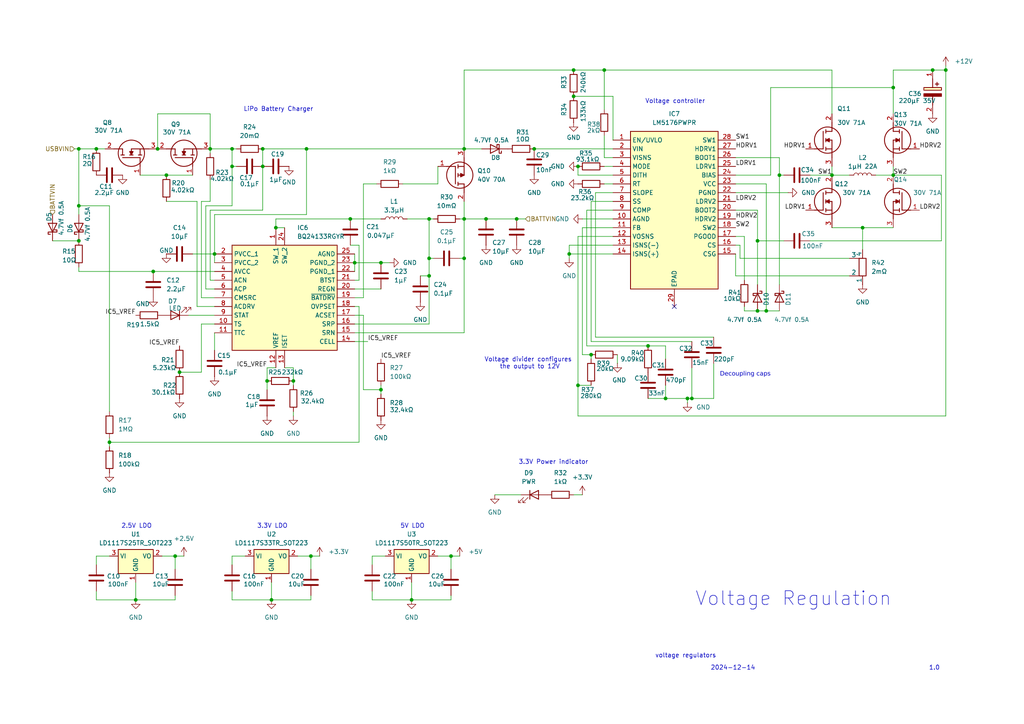
<source format=kicad_sch>
(kicad_sch (version 20231120) (generator "eeschema") (generator_version "8.0")
  (paper "A4")
  (junction (at 119.38 173.99))
  (junction (at 270.51 20.32))
  (junction (at 62.23 73.66))
  (junction (at 200.66 115.57))
  (junction (at 259.08 50.8))
  (junction (at 171.45 102.87))
  (junction (at 149.86 63.5))
  (junction (at 130.81 161.29))
  (junction (at 77.47 110.49))
  (junction (at 134.62 74.93))
  (junction (at 219.71 90.17))
  (junction (at 165.1 73.66))
  (junction (at 76.2 48.26))
  (junction (at 44.45 78.74))
  (junction (at 166.37 27.94))
  (junction (at 154.94 43.18))
  (junction (at 76.2 43.18))
  (junction (at 124.46 74.93))
  (junction (at 226.06 50.8))
  (junction (at 222.25 90.17))
  (junction (at 124.46 80.01))
  (junction (at 187.96 100.33))
  (junction (at 50.8 161.29))
  (junction (at 199.39 115.57))
  (junction (at 110.49 76.2))
  (junction (at 274.32 20.32))
  (junction (at 90.17 161.29))
  (junction (at 167.64 48.26))
  (junction (at 80.01 66.04))
  (junction (at 27.94 43.18))
  (junction (at 167.64 111.76))
  (junction (at 88.9 43.18))
  (junction (at 102.87 76.2))
  (junction (at 175.26 20.32))
  (junction (at 60.96 43.18))
  (junction (at 219.71 69.85))
  (junction (at 101.6 63.5))
  (junction (at 22.86 43.18))
  (junction (at 110.49 113.03))
  (junction (at 45.72 43.18))
  (junction (at 67.31 43.18))
  (junction (at 193.04 115.57))
  (junction (at 85.09 110.49))
  (junction (at 134.62 63.5))
  (junction (at 259.08 25.4))
  (junction (at 39.37 173.99))
  (junction (at 241.3 50.8))
  (junction (at 250.19 66.04))
  (junction (at 166.37 20.32))
  (junction (at 140.97 63.5))
  (junction (at 134.62 43.18))
  (junction (at 67.31 48.26))
  (junction (at 48.26 50.8))
  (junction (at 52.07 107.95))
  (junction (at 78.74 173.99))
  (junction (at 31.75 128.27))
  (junction (at 22.86 69.85))
  (junction (at 124.46 63.5))
  (junction (at 22.86 59.69))
  (no_connect (at 195.58 88.9))
  (wire (pts (xy 214.63 71.12) (xy 213.36 71.12)))
  (wire (pts (xy 62.23 73.66) (xy 62.23 62.23)))
  (wire (pts (xy 104.14 71.12) (xy 101.6 71.12)))
  (wire (pts (xy 199.39 115.57) (xy 199.39 116.84)))
  (wire (pts (xy 175.26 45.72) (xy 175.26 39.37)))
  (wire (pts (xy 60.96 43.18) (xy 60.96 44.45)))
  (wire (pts (xy 22.86 59.69) (xy 22.86 62.23)))
  (wire (pts (xy 270.51 20.32) (xy 274.32 20.32)))
  (wire (pts (xy 105.41 53.34) (xy 109.22 53.34)))
  (wire (pts (xy 124.46 74.93) (xy 125.73 74.93)))
  (wire (pts (xy 165.1 73.66) (xy 165.1 74.93)))
  (wire (pts (xy 134.62 43.18) (xy 139.7 43.18)))
  (wire (pts (xy 200.66 106.68) (xy 200.66 115.57)))
  (wire (pts (xy 259.08 25.4) (xy 259.08 33.02)))
  (wire (pts (xy 241.3 66.04) (xy 250.19 66.04)))
  (wire (pts (xy 67.31 43.18) (xy 68.58 43.18)))
  (wire (pts (xy 166.37 27.94) (xy 177.8 27.94)))
  (wire (pts (xy 62.23 93.98) (xy 58.42 93.98)))
  (wire (pts (xy 110.49 113.03) (xy 110.49 114.3)))
  (wire (pts (xy 167.64 111.76) (xy 167.64 120.65)))
  (wire (pts (xy 179.07 105.41) (xy 179.07 102.87)))
  (wire (pts (xy 60.96 81.28) (xy 60.96 60.96)))
  (wire (pts (xy 67.31 163.83) (xy 67.31 161.29)))
  (wire (pts (xy 213.36 50.8) (xy 223.52 50.8)))
  (wire (pts (xy 60.96 33.02) (xy 60.96 43.18)))
  (wire (pts (xy 90.17 161.29) (xy 86.36 161.29)))
  (wire (pts (xy 90.17 173.99) (xy 78.74 173.99)))
  (wire (pts (xy 27.94 171.45) (xy 27.94 173.99)))
  (wire (pts (xy 31.75 119.38) (xy 31.75 59.69)))
  (wire (pts (xy 134.62 63.5) (xy 134.62 74.93)))
  (wire (pts (xy 62.23 73.66) (xy 62.23 76.2)))
  (wire (pts (xy 121.92 80.01) (xy 124.46 80.01)))
  (wire (pts (xy 80.01 66.04) (xy 82.55 66.04)))
  (wire (pts (xy 21.59 43.18) (xy 22.86 43.18)))
  (wire (pts (xy 167.64 120.65) (xy 274.32 120.65)))
  (wire (pts (xy 44.45 78.74) (xy 62.23 78.74)))
  (wire (pts (xy 223.52 50.8) (xy 223.52 25.4)))
  (wire (pts (xy 90.17 165.1) (xy 90.17 161.29)))
  (wire (pts (xy 234.95 50.8) (xy 241.3 50.8)))
  (wire (pts (xy 171.45 58.42) (xy 171.45 99.06)))
  (wire (pts (xy 101.6 63.5) (xy 80.01 63.5)))
  (wire (pts (xy 88.9 43.18) (xy 134.62 43.18)))
  (wire (pts (xy 200.66 115.57) (xy 199.39 115.57)))
  (wire (pts (xy 167.64 50.8) (xy 177.8 50.8)))
  (wire (pts (xy 50.8 172.72) (xy 50.8 173.99)))
  (wire (pts (xy 215.9 88.9) (xy 215.9 90.17)))
  (wire (pts (xy 22.86 59.69) (xy 31.75 59.69)))
  (wire (pts (xy 130.81 172.72) (xy 130.81 173.99)))
  (wire (pts (xy 177.8 55.88) (xy 172.72 55.88)))
  (wire (pts (xy 273.05 50.8) (xy 259.08 50.8)))
  (wire (pts (xy 62.23 88.9) (xy 57.15 88.9)))
  (wire (pts (xy 193.04 115.57) (xy 199.39 115.57)))
  (wire (pts (xy 213.36 68.58) (xy 215.9 68.58)))
  (wire (pts (xy 80.01 63.5) (xy 80.01 66.04)))
  (wire (pts (xy 134.62 63.5) (xy 140.97 63.5)))
  (wire (pts (xy 105.41 113.03) (xy 110.49 113.03)))
  (wire (pts (xy 187.96 115.57) (xy 193.04 115.57)))
  (wire (pts (xy 107.95 161.29) (xy 111.76 161.29)))
  (wire (pts (xy 130.81 173.99) (xy 119.38 173.99)))
  (wire (pts (xy 241.3 48.26) (xy 241.3 50.8)))
  (wire (pts (xy 273.05 69.85) (xy 273.05 50.8)))
  (wire (pts (xy 40.64 50.8) (xy 48.26 50.8)))
  (wire (pts (xy 110.49 63.5) (xy 101.6 63.5)))
  (wire (pts (xy 85.09 106.68) (xy 85.09 110.49)))
  (wire (pts (xy 102.87 76.2) (xy 102.87 78.74)))
  (wire (pts (xy 58.42 93.98) (xy 58.42 107.95)))
  (wire (pts (xy 175.26 20.32) (xy 241.3 20.32)))
  (wire (pts (xy 88.9 62.23) (xy 88.9 43.18)))
  (wire (pts (xy 172.72 97.79) (xy 207.01 97.79)))
  (wire (pts (xy 57.15 58.42) (xy 57.15 88.9)))
  (wire (pts (xy 213.36 73.66) (xy 213.36 80.01)))
  (wire (pts (xy 116.84 53.34) (xy 127 53.34)))
  (wire (pts (xy 62.23 96.52) (xy 62.23 101.6)))
  (wire (pts (xy 27.94 43.18) (xy 30.48 43.18)))
  (wire (pts (xy 62.23 62.23) (xy 88.9 62.23)))
  (wire (pts (xy 143.51 143.51) (xy 151.13 143.51)))
  (wire (pts (xy 90.17 172.72) (xy 90.17 173.99)))
  (wire (pts (xy 58.42 107.95) (xy 52.07 107.95)))
  (wire (pts (xy 110.49 111.76) (xy 110.49 113.03)))
  (wire (pts (xy 78.74 168.91) (xy 78.74 173.99)))
  (wire (pts (xy 27.94 163.83) (xy 27.94 161.29)))
  (wire (pts (xy 27.94 173.99) (xy 39.37 173.99)))
  (wire (pts (xy 207.01 105.41) (xy 207.01 115.57)))
  (wire (pts (xy 177.8 68.58) (xy 167.64 68.58)))
  (wire (pts (xy 134.62 63.5) (xy 133.35 63.5)))
  (wire (pts (xy 60.96 58.42) (xy 60.96 52.07)))
  (wire (pts (xy 222.25 53.34) (xy 222.25 90.17)))
  (wire (pts (xy 152.4 63.5) (xy 149.86 63.5)))
  (wire (pts (xy 102.87 83.82) (xy 110.49 83.82)))
  (wire (pts (xy 250.19 66.04) (xy 259.08 66.04)))
  (wire (pts (xy 104.14 81.28) (xy 102.87 81.28)))
  (wire (pts (xy 167.64 68.58) (xy 167.64 111.76)))
  (wire (pts (xy 76.2 43.18) (xy 88.9 43.18)))
  (wire (pts (xy 167.64 48.26) (xy 167.64 50.8)))
  (wire (pts (xy 215.9 68.58) (xy 215.9 81.28)))
  (wire (pts (xy 259.08 48.26) (xy 259.08 50.8)))
  (wire (pts (xy 124.46 74.93) (xy 124.46 63.5)))
  (wire (pts (xy 48.26 50.8) (xy 55.88 50.8)))
  (wire (pts (xy 102.87 96.52) (xy 134.62 96.52)))
  (wire (pts (xy 60.96 33.02) (xy 45.72 33.02)))
  (wire (pts (xy 177.8 60.96) (xy 170.18 60.96)))
  (wire (pts (xy 82.55 106.68) (xy 85.09 106.68)))
  (wire (pts (xy 168.91 66.04) (xy 168.91 102.87)))
  (wire (pts (xy 67.31 48.26) (xy 68.58 48.26)))
  (wire (pts (xy 85.09 119.38) (xy 85.09 120.65)))
  (wire (pts (xy 105.41 86.36) (xy 105.41 53.34)))
  (wire (pts (xy 177.8 27.94) (xy 177.8 40.64)))
  (wire (pts (xy 166.37 20.32) (xy 175.26 20.32)))
  (wire (pts (xy 177.8 66.04) (xy 168.91 66.04)))
  (wire (pts (xy 127 48.26) (xy 127 53.34)))
  (wire (pts (xy 105.41 91.44) (xy 105.41 113.03)))
  (wire (pts (xy 175.26 31.75) (xy 175.26 20.32)))
  (wire (pts (xy 219.71 60.96) (xy 219.71 69.85)))
  (wire (pts (xy 213.36 45.72) (xy 226.06 45.72)))
  (wire (pts (xy 133.35 74.93) (xy 134.62 74.93)))
  (wire (pts (xy 102.87 86.36) (xy 105.41 86.36)))
  (wire (pts (xy 219.71 90.17) (xy 222.25 90.17)))
  (wire (pts (xy 67.31 48.26) (xy 67.31 43.18)))
  (wire (pts (xy 259.08 25.4) (xy 259.08 20.32)))
  (wire (pts (xy 60.96 43.18) (xy 67.31 43.18)))
  (wire (pts (xy 165.1 71.12) (xy 165.1 73.66)))
  (wire (pts (xy 259.08 20.32) (xy 270.51 20.32)))
  (wire (pts (xy 134.62 58.42) (xy 134.62 63.5)))
  (wire (pts (xy 223.52 25.4) (xy 259.08 25.4)))
  (wire (pts (xy 62.23 81.28) (xy 60.96 81.28)))
  (wire (pts (xy 227.33 50.8) (xy 226.06 50.8)))
  (wire (pts (xy 213.36 80.01) (xy 246.38 80.01)))
  (wire (pts (xy 67.31 171.45) (xy 67.31 173.99)))
  (wire (pts (xy 104.14 88.9) (xy 104.14 128.27)))
  (wire (pts (xy 171.45 102.87) (xy 168.91 102.87)))
  (wire (pts (xy 170.18 100.33) (xy 187.96 100.33)))
  (wire (pts (xy 130.81 161.29) (xy 127 161.29)))
  (wire (pts (xy 102.87 99.06) (xy 106.68 99.06)))
  (wire (pts (xy 104.14 88.9) (xy 102.87 88.9)))
  (wire (pts (xy 58.42 86.36) (xy 62.23 86.36)))
  (wire (pts (xy 219.71 69.85) (xy 219.71 82.55)))
  (wire (pts (xy 31.75 128.27) (xy 31.75 127)))
  (wire (pts (xy 124.46 80.01) (xy 124.46 74.93)))
  (wire (pts (xy 59.69 59.69) (xy 59.69 83.82)))
  (wire (pts (xy 167.64 111.76) (xy 171.45 111.76)))
  (wire (pts (xy 124.46 63.5) (xy 125.73 63.5)))
  (wire (pts (xy 214.63 74.93) (xy 214.63 71.12)))
  (wire (pts (xy 250.19 66.04) (xy 250.19 72.39)))
  (wire (pts (xy 213.36 53.34) (xy 222.25 53.34)))
  (wire (pts (xy 67.31 161.29) (xy 71.12 161.29)))
  (wire (pts (xy 76.2 48.26) (xy 76.2 60.96)))
  (wire (pts (xy 50.8 165.1) (xy 50.8 161.29)))
  (wire (pts (xy 102.87 91.44) (xy 105.41 91.44)))
  (wire (pts (xy 54.61 91.44) (xy 62.23 91.44)))
  (wire (pts (xy 241.3 50.8) (xy 246.38 50.8)))
  (wire (pts (xy 175.26 48.26) (xy 177.8 48.26)))
  (wire (pts (xy 45.72 33.02) (xy 45.72 43.18)))
  (wire (pts (xy 50.8 173.99) (xy 39.37 173.99)))
  (wire (pts (xy 118.11 63.5) (xy 124.46 63.5)))
  (wire (pts (xy 67.31 48.26) (xy 67.31 59.69)))
  (wire (pts (xy 39.37 168.91) (xy 39.37 173.99)))
  (wire (pts (xy 171.45 99.06) (xy 200.66 99.06)))
  (wire (pts (xy 22.86 43.18) (xy 22.86 59.69)))
  (wire (pts (xy 57.15 58.42) (xy 48.26 58.42)))
  (wire (pts (xy 175.26 53.34) (xy 177.8 53.34)))
  (wire (pts (xy 193.04 100.33) (xy 187.96 100.33)))
  (wire (pts (xy 177.8 58.42) (xy 171.45 58.42)))
  (wire (pts (xy 228.6 55.88) (xy 213.36 55.88)))
  (wire (pts (xy 177.8 45.72) (xy 175.26 45.72)))
  (wire (pts (xy 113.03 76.2) (xy 110.49 76.2)))
  (wire (pts (xy 107.95 163.83) (xy 107.95 161.29)))
  (wire (pts (xy 15.24 69.85) (xy 22.86 69.85)))
  (wire (pts (xy 274.32 20.32) (xy 274.32 120.65)))
  (wire (pts (xy 234.95 69.85) (xy 273.05 69.85)))
  (wire (pts (xy 119.38 168.91) (xy 119.38 173.99)))
  (wire (pts (xy 134.62 20.32) (xy 134.62 43.18)))
  (wire (pts (xy 22.86 77.47) (xy 22.86 78.74)))
  (wire (pts (xy 102.87 73.66) (xy 102.87 76.2)))
  (wire (pts (xy 102.87 93.98) (xy 124.46 93.98)))
  (wire (pts (xy 226.06 45.72) (xy 226.06 50.8)))
  (wire (pts (xy 133.35 161.29) (xy 130.81 161.29)))
  (wire (pts (xy 59.69 59.69) (xy 67.31 59.69)))
  (wire (pts (xy 62.23 83.82) (xy 59.69 83.82)))
  (wire (pts (xy 22.86 43.18) (xy 27.94 43.18)))
  (wire (pts (xy 58.42 58.42) (xy 60.96 58.42)))
  (wire (pts (xy 104.14 81.28) (xy 104.14 71.12)))
  (wire (pts (xy 76.2 48.26) (xy 76.2 43.18)))
  (wire (pts (xy 254 50.8) (xy 259.08 50.8)))
  (wire (pts (xy 165.1 73.66) (xy 177.8 73.66)))
  (wire (pts (xy 85.09 110.49) (xy 85.09 111.76)))
  (wire (pts (xy 134.62 20.32) (xy 166.37 20.32)))
  (wire (pts (xy 241.3 20.32) (xy 241.3 33.02)))
  (wire (pts (xy 154.94 43.18) (xy 177.8 43.18)))
  (wire (pts (xy 170.18 60.96) (xy 170.18 100.33)))
  (wire (pts (xy 55.88 73.66) (xy 62.23 73.66)))
  (wire (pts (xy 31.75 128.27) (xy 104.14 128.27)))
  (wire (pts (xy 77.47 106.68) (xy 80.01 106.68)))
  (wire (pts (xy 58.42 58.42) (xy 58.42 86.36)))
  (wire (pts (xy 222.25 90.17) (xy 226.06 90.17)))
  (wire (pts (xy 124.46 93.98) (xy 124.46 80.01)))
  (wire (pts (xy 77.47 106.68) (xy 77.47 110.49)))
  (wire (pts (xy 213.36 60.96) (xy 219.71 60.96)))
  (wire (pts (xy 130.81 165.1) (xy 130.81 161.29)))
  (wire (pts (xy 193.04 104.14) (xy 193.04 100.33)))
  (wire (pts (xy 107.95 173.99) (xy 119.38 173.99)))
  (wire (pts (xy 60.96 60.96) (xy 76.2 60.96)))
  (wire (pts (xy 102.87 76.2) (xy 110.49 76.2)))
  (wire (pts (xy 193.04 111.76) (xy 193.04 115.57)))
  (wire (pts (xy 67.31 173.99) (xy 78.74 173.99)))
  (wire (pts (xy 27.94 161.29) (xy 31.75 161.29)))
  (wire (pts (xy 226.06 50.8) (xy 226.06 82.55)))
  (wire (pts (xy 50.8 161.29) (xy 46.99 161.29)))
  (wire (pts (xy 31.75 129.54) (xy 31.75 128.27)))
  (wire (pts (xy 207.01 115.57) (xy 200.66 115.57)))
  (wire (pts (xy 53.34 161.29) (xy 50.8 161.29)))
  (wire (pts (xy 22.86 78.74) (xy 44.45 78.74)))
  (wire (pts (xy 214.63 74.93) (xy 246.38 74.93)))
  (wire (pts (xy 274.32 19.05) (xy 274.32 20.32)))
  (wire (pts (xy 177.8 71.12) (xy 165.1 71.12)))
  (wire (pts (xy 107.95 171.45) (xy 107.95 173.99)))
  (wire (pts (xy 149.86 63.5) (xy 140.97 63.5)))
  (wire (pts (xy 168.91 63.5) (xy 177.8 63.5)))
  (wire (pts (xy 77.47 110.49) (xy 77.47 113.03)))
  (wire (pts (xy 134.62 74.93) (xy 134.62 96.52)))
  (wire (pts (xy 166.37 143.51) (xy 168.91 143.51)))
  (wire (pts (xy 172.72 55.88) (xy 172.72 97.79)))
  (wire (pts (xy 219.71 69.85) (xy 227.33 69.85)))
  (wire (pts (xy 215.9 90.17) (xy 219.71 90.17)))
  (wire (pts (xy 171.45 102.87) (xy 171.45 104.14)))
  (wire (pts (xy 92.71 161.29) (xy 90.17 161.29)))
  (text "1.0" (at 271.018 193.802 0) (effects (font (size 1.27 1.27))))
  (text "Decoupling caps" (at 216.154 108.966 0) (effects (font (size 1.27 1.27))))
  (text "5V LDO\n" (at 119.634 152.654 0) (effects (font (size 1.27 1.27))))
  (text "3.3V Power indicator\n" (at 160.528 134.112 0) (effects (font (size 1.27 1.27))))
  (text "2024-12-14" (at 212.598 193.802 0) (effects (font (size 1.27 1.27))))
  (text "Voltage divider configures \nthe output to 12V" (at 153.67 105.41 0) (effects (font (size 1.27 1.27))))
  (text "2.5V LDO" (at 39.624 152.654 0) (effects (font (size 1.27 1.27))))
  (text "Voltage Regulation" (at 230.124 173.736 0) (effects (font (size 4 4))))
  (text "Voltage controller" (at 195.834 29.464 0) (effects (font (size 1.27 1.27))))
  (text "LiPo Battery Charger\n" (at 80.772 31.75 0) (effects (font (size 1.27 1.27))))
  (text "voltage regulators\n" (at 198.882 190.246 0) (effects (font (size 1.27 1.27))))
  (text "3.3V LDO" (at 78.994 152.654 0) (effects (font (size 1.27 1.27))))
  (label "HDRV2" (at 213.36 63.5 0))
  (label "LDRV2" (at 266.7 60.96 0))
  (label "LDRV1" (at 213.36 48.26 0))
  (label "SW2" (at 259.08 50.8 0))
  (label "SW1" (at 241.3 50.8 180))
  (label "IC5_VREF" (at 110.49 104.14 0))
  (label "IC5_VREF" (at 52.07 100.33 180))
  (label "HDRV1" (at 213.36 43.18 0))
  (label "SW2" (at 213.36 66.04 0))
  (label "SW1" (at 213.36 40.64 0))
  (label "IC5_VREF" (at 106.68 99.06 0))
  (label "HDRV2" (at 266.7 43.18 0))
  (label "HDRV1" (at 233.68 43.18 180))
  (label "IC5_VREF" (at 77.47 106.68 180))
  (label "IC5_VREF" (at 39.37 91.44 180))
  (label "LDRV1" (at 233.68 60.96 180))
  (label "LDRV2" (at 213.36 58.42 0))
  (hierarchical_label "BATTVIN" (shape input) (at 15.24 62.23 90))
  (hierarchical_label "USBVIN" (shape input) (at 21.59 43.18 180))
  (hierarchical_label "BATTVIN" (shape input) (at 152.4 63.5 0))
  (symbol (lib_id "Device:C") (at 72.39 48.26 90) (unit 1)
    (property "Reference" "C17" (at 71.374 51.562 90))
    (property "Value" "0.1µF" (at 72.39 53.34 90))
    (property "Footprint" "Capacitor_SMD:C_0603_1608Metric" (effects (hide yes)))
    (property "Description" "Unpolarized capacitor" (effects (hide yes)))
  )
  (symbol (lib_id "Device:C") (at 44.45 82.55 0) (unit 1)
    (property "Reference" "C12" (at 48.26 81.2799 0) (effects (justify left)))
    (property "Value" "2.2µF" (at 48.26 83.8199 0) (effects (justify left)))
    (property "Footprint" "Capacitor_SMD:C_0603_1608Metric" (effects (hide yes)))
    (property "Description" "Unpolarized capacitor" (effects (hide yes)))
  )
  (symbol (lib_id "Device:R") (at 85.09 115.57 0) (unit 1)
    (property "Reference" "R26" (at 88.9 114.046 0))
    (property "Value" "32.4kΩ" (at 90.678 116.332 0))
    (property "Footprint" "Resistor_SMD:R_0603_1608Metric" (effects (hide yes)))
    (property "Description" "Resistor" (effects (hide yes)))
  )
  (symbol (lib_id "Device:R") (at 52.07 111.76 180) (unit 1)
    (property "Reference" "R22" (at 47.244 111.76 0) (effects (justify right)))
    (property "Value" "30.1kΩ" (at 43.942 113.792 0) (effects (justify right)))
    (property "Footprint" "Resistor_SMD:R_0603_1608Metric" (effects (hide yes)))
    (property "Description" "Resistor" (effects (hide yes)))
  )
  (symbol (lib_id "Device:R") (at 22.86 73.66 180) (unit 1)
    (property "Reference" "R15" (at 18.034 72.898 0) (effects (justify right)))
    (property "Value" "10Ω" (at 18.034 75.438 0) (effects (justify right)))
    (property "Footprint" "Resistor_SMD:R_0603_1608Metric" (effects (hide yes)))
    (property "Description" "Resistor" (effects (hide yes)))
  )
  (symbol (lib_id "power:GND") (at 62.23 109.22 0) (unit 1)
    (property "Reference" "#PWR031" (effects (hide yes)))
    (property "Value" "GND" (at 62.23 114.3 0))
    (property "Description" "Power symbol creates a global label with name \"GND\" , ground" (effects (hide yes)))
  )
  (symbol (lib_id "power:GND") (at 228.6 55.88 90) (unit 1)
    (property "Reference" "#PWR054" (effects (hide yes)))
    (property "Value" "GND" (at 232.41 55.8799 90) (effects (justify right)))
    (property "Description" "Power symbol creates a global label with name \"GND\" , ground" (effects (hide yes)))
  )
  (symbol (lib_id "power:GND") (at 167.64 53.34 270) (unit 1)
    (property "Reference" "#PWR049" (effects (hide yes)))
    (property "Value" "GND" (at 163.83 53.3401 90) (effects (justify right)))
    (property "Description" "Power symbol creates a global label with name \"GND\" , ground" (effects (hide yes)))
  )
  (symbol (lib_id "Device:R") (at 72.39 43.18 270) (unit 1)
    (property "Reference" "R24" (at 72.39 36.83 90))
    (property "Value" "20mΩ" (at 72.39 39.37 90))
    (property "Footprint" "Resistor_SMD:R_0603_1608Metric" (effects (hide yes)))
    (property "Description" "Resistor" (effects (hide yes)))
  )
  (symbol (lib_id "IPD047N03LF2SATMA1:IPD047N03LF2SATMA1") (at 55.88 50.8 90) (unit 1)
    (property "Reference" "Q9" (at 52.324 36.068 90) (effects (justify left)))
    (property "Value" "30V 71A" (at 55.372 38.354 90) (effects (justify left)))
    (property "Footprint" "kuben-footprints:IPD047N03LF2SATMA1" (effects (hide yes)))
    (property "Datasheet" "https://www.infineon.com/dgdl/Infineon-IPD047N03LF2S-DataSheet-v01_00-EN.pdf?fileId=8ac78c8c92416ca50192b89c5f296484" (effects (hide yes)))
    (property "Description" "N-Channel 30 V 71A (Tc) 65W (Tc) Surface Mount PG-TO252-3" (effects (hide yes)))
    (property "Description_1" "N-Channel 30 V 71A (Tc) 65W (Tc) Surface Mount PG-TO252-3" (effects (hide yes)))
    (property "Height" "2.52" (effects (hide yes)))
    (property "Manufacturer_Name" "Infineon" (effects (hide yes)))
    (property "Manufacturer_Part_Number" "IPD047N03LF2SATMA1" (effects (hide yes)))
  )
  (symbol (lib_id "Device:C") (at 121.92 83.82 180) (unit 1)
    (property "Reference" "C24" (at 125.73 82.5499 0) (effects (justify right)))
    (property "Value" "0.1µF" (at 125.73 85.0899 0) (effects (justify right)))
    (property "Footprint" "Capacitor_SMD:C_0603_1608Metric" (effects (hide yes)))
    (property "Description" "Unpolarized capacitor" (effects (hide yes)))
  )
  (symbol (lib_id "Device:D_Schottky") (at 143.51 43.18 180) (unit 1)
    (property "Reference" "D8" (at 145.0976 45.72 0) (effects (justify left)))
    (property "Value" "4.7Vf 0.5A" (at 147.574 40.64 0) (effects (justify left)))
    (property "Footprint" "kuben-footprints:DIOC1709X85N" (effects (hide yes)))
    (property "Description" "Schottky diode" (effects (hide yes)))
    (property "Height" "0.85" (effects (hide yes)))
    (property "Mouser Part Number" "750-CDBU0520" (effects (hide yes)))
    (property "Mouser Price/Stock" "https://www.mouser.co.uk/ProductDetail/Comchip-Technology/CDBU0520?qs=QrYNfmA0esYvGSGDalbccA%3D%3D" (effects (hide yes)))
    (property "Manufacturer_Name" "Comchip Technology" (effects (hide yes)))
    (property "Manufacturer_Part_Number" "CDBU0520" (effects (hide yes)))
  )
  (symbol (lib_id "Device:D_Schottky") (at 219.71 86.36 270) (unit 1)
    (property "Reference" "D10" (at 222.25 84.7724 0) (effects (justify left)))
    (property "Value" "4.7Vf 0.5A" (at 210.82 92.71 90) (effects (justify left)))
    (property "Footprint" "kuben-footprints:DIOC1709X85N" (effects (hide yes)))
    (property "Description" "Schottky diode" (effects (hide yes)))
    (property "Height" "0.85" (effects (hide yes)))
    (property "Mouser Part Number" "750-CDBU0520" (effects (hide yes)))
    (property "Mouser Price/Stock" "https://www.mouser.co.uk/ProductDetail/Comchip-Technology/CDBU0520?qs=QrYNfmA0esYvGSGDalbccA%3D%3D" (effects (hide yes)))
    (property "Manufacturer_Name" "Comchip Technology" (effects (hide yes)))
    (property "Manufacturer_Part_Number" "CDBU0520" (effects (hide yes)))
  )
  (symbol (lib_id "Device:R") (at 81.28 110.49 270) (unit 1)
    (property "Reference" "R25" (at 79.756 107.95 90))
    (property "Value" "232kΩ" (at 84.836 107.95 90))
    (property "Footprint" "Resistor_SMD:R_0603_1608Metric" (effects (hide yes)))
    (property "Description" "Resistor" (effects (hide yes)))
  )
  (symbol (lib_id "power:GND") (at 165.1 74.93 0) (unit 1)
    (property "Reference" "#PWR046" (effects (hide yes)))
    (property "Value" "GND" (at 165.1 80.01 0))
    (property "Description" "Power symbol creates a global label with name \"GND\" , ground" (effects (hide yes)))
  )
  (symbol (lib_id "power:+3.3V") (at 168.91 143.51 0) (unit 1)
    (property "Reference" "#PWR051" (effects (hide yes)))
    (property "Value" "+3.3V" (at 168.91 138.43 0))
    (property "Description" "Power symbol creates a global label with name \"+3.3V\"" (effects (hide yes)))
  )
  (symbol (lib_id "Regulator_Linear:LD1117S25TR_SOT223") (at 39.37 161.29 0) (unit 1)
    (property "Reference" "U1" (at 39.37 154.94 0))
    (property "Value" "LD1117S25TR_SOT223" (at 39.37 157.48 0))
    (property "Footprint" "Package_TO_SOT_SMD:SOT-223-3_TabPin2" (effects (hide yes)))
    (property "Datasheet" "http://www.st.com/st-web-ui/static/active/en/resource/technical/document/datasheet/CD00000544.pdf" (effects (hide yes)))
    (property "Description" "800mA Fixed Low Drop Positive Voltage Regulator, Fixed Output 2.5V, SOT-223" (effects (hide yes)))
  )
  (symbol (lib_id "Device:C") (at 187.96 111.76 180) (unit 1)
    (property "Reference" "C30" (at 185.928 109.728 0))
    (property "Value" "33nF" (at 190.5 114.046 0))
    (property "Footprint" "Capacitor_SMD:C_0603_1608Metric" (effects (hide yes)))
    (property "Description" "Unpolarized capacitor" (effects (hide yes)))
  )
  (symbol (lib_id "IPD047N03LF2SATMA1:IPD047N03LF2SATMA1") (at 233.68 43.18 0) (unit 1)
    (property "Reference" "Q11" (at 242.824 31.496 0) (effects (justify left)))
    (property "Value" "30V 71A" (at 242.824 35.56 0) (effects (justify left)))
    (property "Footprint" "kuben-footprints:IPD047N03LF2SATMA1" (effects (hide yes)))
    (property "Datasheet" "https://www.infineon.com/dgdl/Infineon-IPD047N03LF2S-DataSheet-v01_00-EN.pdf?fileId=8ac78c8c92416ca50192b89c5f296484" (effects (hide yes)))
    (property "Description" "N-Channel 30 V 71A (Tc) 65W (Tc) Surface Mount PG-TO252-3" (effects (hide yes)))
    (property "Description_1" "N-Channel 30 V 71A (Tc) 65W (Tc) Surface Mount PG-TO252-3" (effects (hide yes)))
    (property "Height" "2.52" (effects (hide yes)))
    (property "Manufacturer_Name" "Infineon" (effects (hide yes)))
    (property "Manufacturer_Part_Number" "IPD047N03LF2SATMA1" (effects (hide yes)))
  )
  (symbol (lib_id "power:+5V") (at 133.35 161.29 0) (unit 1)
    (property "Reference" "#PWR041" (effects (hide yes)))
    (property "Value" "+5V" (at 135.89 160.0199 0) (effects (justify left)))
    (property "Description" "Power symbol creates a global label with name \"+5V\"" (effects (hide yes)))
  )
  (symbol (lib_id "Device:C") (at 193.04 107.95 180) (unit 1)
    (property "Reference" "C31" (at 191.008 105.918 0))
    (property "Value" "470pF" (at 196.088 110.236 0))
    (property "Footprint" "Capacitor_SMD:C_0603_1608Metric" (effects (hide yes)))
    (property "Description" "Unpolarized capacitor" (effects (hide yes)))
  )
  (symbol (lib_id "Device:R") (at 162.56 143.51 90) (unit 1)
    (property "Reference" "R32" (at 162.56 137.16 90))
    (property "Value" "1kΩ" (at 162.56 139.7 90))
    (property "Footprint" "Resistor_SMD:R_0603_1608Metric" (effects (hide yes)))
    (property "Description" "Resistor" (effects (hide yes)))
  )
  (symbol (lib_id "Device:R") (at 48.26 54.61 180) (unit 1)
    (property "Reference" "R20" (at 49.784 53.086 0) (effects (justify right)))
    (property "Value" "4.02kΩ" (at 49.53 55.118 0) (effects (justify right)))
    (property "Footprint" "Resistor_SMD:R_0603_1608Metric" (effects (hide yes)))
    (property "Description" "Resistor" (effects (hide yes)))
  )
  (symbol (lib_id "MAL215099001E3:MAL215099001E3") (at 270.51 20.32 270) (unit 1)
    (property "Reference" "C36" (at 263.398 27.178 90) (effects (justify left)))
    (property "Value" "220µF 35V" (at 260.604 29.21 90) (effects (justify left)))
    (property "Footprint" "kuben-footprints:CAPAE1050X1050N" (effects (hide yes)))
    (property "Description" "Aluminum Electrolytic Capacitors - SMD 220uF 35volts" (effects (hide yes)))
    (property "Height" "10.5" (effects (hide yes)))
    (property "Mouser Part Number" "594-MAL215099001E3" (effects (hide yes)))
    (property "Mouser Price/Stock" "https://www.mouser.co.uk/ProductDetail/Vishay-BC-Components/MAL215099001E3?qs=Ep9Lwju7gVqiNejX6ixLsw%3D%3D" (effects (hide yes)))
    (property "Manufacturer_Name" "Vishay" (effects (hide yes)))
    (property "Manufacturer_Part_Number" "MAL215099001E3" (effects (hide yes)))
  )
  (symbol (lib_id "power:GND") (at 119.38 173.99 0) (unit 1)
    (property "Reference" "#PWR039" (effects (hide yes)))
    (property "Value" "GND" (at 119.38 179.07 0))
    (property "Description" "Power symbol creates a global label with name \"GND\" , ground" (effects (hide yes)))
  )
  (symbol (lib_id "Device:LED") (at 154.94 143.51 0) (unit 1)
    (property "Reference" "D9" (at 153.3525 137.16 0))
    (property "Value" "PWR" (at 153.3525 139.7 0))
    (property "Footprint" "Diode_SMD:D_0603_1608Metric" (effects (hide yes)))
    (property "Description" "Light emitting diode" (effects (hide yes)))
  )
  (symbol (lib_id "Device:C") (at 149.86 67.31 0) (unit 1)
    (property "Reference" "C28" (at 153.162 70.358 0) (effects (justify left)))
    (property "Value" "10µF" (at 153.162 72.898 0) (effects (justify left)))
    (property "Footprint" "Capacitor_SMD:C_0603_1608Metric" (effects (hide yes)))
    (property "Description" "Unpolarized capacitor" (effects (hide yes)))
  )
  (symbol (lib_id "power:GND") (at 166.37 35.56 0) (unit 1)
    (property "Reference" "#PWR047" (effects (hide yes)))
    (property "Value" "GND" (at 166.37 39.878 0))
    (property "Description" "Power symbol creates a global label with name \"GND\" , ground" (effects (hide yes)))
  )
  (symbol (lib_id "power:GND") (at 52.07 115.57 0) (unit 1)
    (property "Reference" "#PWR029" (effects (hide yes)))
    (property "Value" "GND" (at 52.07 120.65 0))
    (property "Description" "Power symbol creates a global label with name \"GND\" , ground" (effects (hide yes)))
  )
  (symbol (lib_id "power:GND") (at 113.03 76.2 90) (unit 1)
    (property "Reference" "#PWR038" (effects (hide yes)))
    (property "Value" "GND" (at 116.84 76.1999 90) (effects (justify right)))
    (property "Description" "Power symbol creates a global label with name \"GND\" , ground" (effects (hide yes)))
  )
  (symbol (lib_id "Device:L") (at 250.19 50.8 90) (unit 1)
    (property "Reference" "L2" (at 250.19 45.72 90))
    (property "Value" "1µH 22A" (at 250.19 48.26 90))
    (property "Footprint" "kuben-footprints:INDPM6965X300N" (effects (hide yes)))
    (property "Description" "Inductor" (effects (hide yes)))
    (property "Height" "3" (effects (hide yes)))
    (property "Mouser Part Number" "70-IHLP2525CZR1R0M06" (effects (hide yes)))
    (property "Mouser Price/Stock" "https://www.mouser.co.uk/ProductDetail/Vishay-Dale/IHLP2525CZER1R0M06?qs=gMuw6kkpPFiOvUjVH4k3sQ%3D%3D" (effects (hide yes)))
    (property "Manufacturer_Name" "Vishay" (effects (hide yes)))
    (property "Manufacturer_Part_Number" "IHLP2525CZER1R0M06" (effects (hide yes)))
  )
  (symbol (lib_id "power:GND") (at 77.47 120.65 0) (unit 1)
    (property "Reference" "#PWR032" (effects (hide yes)))
    (property "Value" "GND" (at 77.47 125.73 0))
    (property "Description" "Power symbol creates a global label with name \"GND\" , ground" (effects (hide yes)))
  )
  (symbol (lib_id "Device:C") (at 231.14 50.8 90) (unit 1)
    (property "Reference" "C34" (at 234.188 49.276 90))
    (property "Value" "100nF" (at 235.204 52.324 90))
    (property "Footprint" "Capacitor_SMD:C_0603_1608Metric" (effects (hide yes)))
    (property "Description" "Unpolarized capacitor" (effects (hide yes)))
  )
  (symbol (lib_id "Device:C") (at 50.8 168.91 0) (unit 1)
    (property "Reference" "C13" (at 44.958 167.132 0) (effects (justify left)))
    (property "Value" "10uF" (at 44.196 169.418 0) (effects (justify left)))
    (property "Footprint" "Capacitor_SMD:C_0603_1608Metric" (effects (hide yes)))
    (property "Description" "Unpolarized capacitor" (effects (hide yes)))
  )
  (symbol (lib_id "power:GND") (at 199.39 116.84 0) (unit 1)
    (property "Reference" "#PWR053" (effects (hide yes)))
    (property "Value" "GND" (at 201.93 118.1099 0) (effects (justify left)))
    (property "Description" "Power symbol creates a global label with name \"GND\" , ground" (effects (hide yes)))
  )
  (symbol (lib_id "BQ24133RGYR:BQ24133RGYR") (at 82.55 66.04 270) (unit 1)
    (property "Reference" "IC6" (at 86.1824 66.04 90) (effects (justify left)))
    (property "Value" "BQ24133RGYR" (at 86.1824 68.58 90) (effects (justify left)))
    (property "Footprint" "kuben-footprints:BQ24133RGYR" (effects (hide yes)))
    (property "Datasheet" "http://www.ti.com/lit/gpn/BQ24133" (effects (hide yes)))
    (property "Description" "Synchronous Switch-Mode Li-Ion and Li-Polymer Stand-Alone Battery Charger" (effects (hide yes)))
    (property "Height" "1" (effects (hide yes)))
    (property "Mouser Part Number" "595-BQ24133RGYR" (effects (hide yes)))
    (property "Mouser Price/Stock" "https://www.mouser.co.uk/ProductDetail/Texas-Instruments/BQ24133RGYR?qs=O1HRStiETChtddIVJFsUHw%3D%3D" (effects (hide yes)))
    (property "Manufacturer_Name" "Texas Instruments" (effects (hide yes)))
    (property "Manufacturer_Part_Number" "BQ24133RGYR" (effects (hide yes)))
  )
  (symbol (lib_id "Regulator_Linear:LD1117S50TR_SOT223") (at 119.38 161.29 0) (unit 1)
    (property "Reference" "U3" (at 119.38 154.94 0))
    (property "Value" "LD1117S50TR_SOT223" (at 119.38 157.48 0))
    (property "Footprint" "Package_TO_SOT_SMD:SOT-223-3_TabPin2" (effects (hide yes)))
    (property "Datasheet" "http://www.st.com/st-web-ui/static/active/en/resource/technical/document/datasheet/CD00000544.pdf" (effects (hide yes)))
    (property "Description" "800mA Fixed Low Drop Positive Voltage Regulator, Fixed Output 5.0V, SOT-223" (effects (hide yes)))
  )
  (symbol (lib_id "Device:R") (at 175.26 35.56 180) (unit 1)
    (property "Reference" "R38" (at 172.212 36.068 0))
    (property "Value" "2kΩ" (at 172.212 37.846 0))
    (property "Footprint" "Resistor_SMD:R_0603_1608Metric" (effects (hide yes)))
    (property "Description" "Resistor" (effects (hide yes)))
  )
  (symbol (lib_id "Device:R") (at 31.75 133.35 180) (unit 1)
    (property "Reference" "R18" (at 34.29 132.0799 0) (effects (justify right)))
    (property "Value" "100kΩ" (at 34.29 134.6199 0) (effects (justify right)))
    (property "Footprint" "Resistor_SMD:R_0603_1608Metric" (effects (hide yes)))
    (property "Description" "Resistor" (effects (hide yes)))
  )
  (symbol (lib_id "Device:C") (at 101.6 67.31 180) (unit 1)
    (property "Reference" "C21" (at 106.172 65.786 0) (effects (justify right)))
    (property "Value" "0.047µF" (at 106.426 68.326 0) (effects (justify right)))
    (property "Footprint" "Capacitor_SMD:C_0603_1608Metric" (effects (hide yes)))
    (property "Description" "Unpolarized capacitor" (effects (hide yes)))
  )
  (symbol (lib_id "Device:D_Schottky") (at 226.06 86.36 270) (unit 1)
    (property "Reference" "D11" (at 228.6 84.7724 0) (effects (justify left)))
    (property "Value" "4.7Vf 0.5A" (at 224.536 92.71 90) (effects (justify left)))
    (property "Footprint" "kuben-footprints:DIOC1709X85N" (effects (hide yes)))
    (property "Description" "Schottky diode" (effects (hide yes)))
    (property "Height" "0.85" (effects (hide yes)))
    (property "Mouser Part Number" "750-CDBU0520" (effects (hide yes)))
    (property "Mouser Price/Stock" "https://www.mouser.co.uk/ProductDetail/Comchip-Technology/CDBU0520?qs=QrYNfmA0esYvGSGDalbccA%3D%3D" (effects (hide yes)))
    (property "Manufacturer_Name" "Comchip Technology" (effects (hide yes)))
    (property "Manufacturer_Part_Number" "CDBU0520" (effects (hide yes)))
  )
  (symbol (lib_id "IPD047N03LF2SATMA1:IPD047N03LF2SATMA1") (at 266.7 60.96 0) (mirror y) (unit 1)
    (property "Reference" "Q14" (at 263.144 52.07 0) (effects (justify left)))
    (property "Value" "30V 71A" (at 273.05 55.88 0) (effects (justify left)))
    (property "Footprint" "kuben-footprints:IPD047N03LF2SATMA1" (effects (hide yes)))
    (property "Datasheet" "https://www.infineon.com/dgdl/Infineon-IPD047N03LF2S-DataSheet-v01_00-EN.pdf?fileId=8ac78c8c92416ca50192b89c5f296484" (effects (hide yes)))
    (property "Description" "N-Channel 30 V 71A (Tc) 65W (Tc) Surface Mount PG-TO252-3" (effects (hide yes)))
    (property "Description_1" "N-Channel 30 V 71A (Tc) 65W (Tc) Surface Mount PG-TO252-3" (effects (hide yes)))
    (property "Height" "2.52" (effects (hide yes)))
    (property "Manufacturer_Name" "Infineon" (effects (hide yes)))
    (property "Manufacturer_Part_Number" "IPD047N03LF2SATMA1" (effects (hide yes)))
  )
  (symbol (lib_id "Device:R") (at 151.13 43.18 270) (unit 1)
    (property "Reference" "R31" (at 151.638 38.354 90))
    (property "Value" "10Ω" (at 151.638 40.386 90))
    (property "Footprint" "Resistor_SMD:R_0603_1608Metric" (effects (hide yes)))
    (property "Description" "Resistor" (effects (hide yes)))
  )
  (symbol (lib_id "Device:R") (at 43.18 91.44 90) (unit 1)
    (property "Reference" "R19" (at 38.608 94.234 90))
    (property "Value" "1.5kΩ" (at 43.434 93.98 90))
    (property "Footprint" "Resistor_SMD:R_0603_1608Metric" (effects (hide yes)))
    (property "Description" "Resistor" (effects (hide yes)))
  )
  (symbol (lib_id "power:GND") (at 48.26 73.66 0) (unit 1)
    (property "Reference" "#PWR028" (effects (hide yes)))
    (property "Value" "GND" (at 48.26 72.644 0))
    (property "Description" "Power symbol creates a global label with name \"GND\" , ground" (effects (hide yes)))
  )
  (symbol (lib_id "Device:C") (at 31.75 50.8 90) (unit 1)
    (property "Reference" "C11" (at 30.734 54.102 90))
    (property "Value" "2.2µF" (at 30.226 55.88 90))
    (property "Footprint" "Capacitor_SMD:C_0603_1608Metric" (effects (hide yes)))
    (property "Description" "Unpolarized capacitor" (effects (hide yes)))
  )
  (symbol (lib_id "Device:R") (at 52.07 104.14 180) (unit 1)
    (property "Reference" "R21" (at 46.736 104.394 0) (effects (justify right)))
    (property "Value" "5.23kΩ" (at 44.196 106.68 0) (effects (justify right)))
    (property "Footprint" "Resistor_SMD:R_0603_1608Metric" (effects (hide yes)))
    (property "Description" "Resistor" (effects (hide yes)))
  )
  (symbol (lib_id "power:+12V") (at 274.32 19.05 0) (unit 1)
    (property "Reference" "#PWR057" (effects (hide yes)))
    (property "Value" "+12V" (at 276.86 17.7799 0) (effects (justify left)))
    (property "Description" "Power symbol creates a global label with name \"+12V\"" (effects (hide yes)))
  )
  (symbol (lib_id "Device:C") (at 110.49 80.01 180) (unit 1)
    (property "Reference" "C23" (at 114.3 78.7399 0) (effects (justify right)))
    (property "Value" "1µF" (at 114.3 81.2799 0) (effects (justify right)))
    (property "Footprint" "Capacitor_SMD:C_0603_1608Metric" (effects (hide yes)))
    (property "Description" "Unpolarized capacitor" (effects (hide yes)))
  )
  (symbol (lib_id "IPD047N03LF2SATMA1:IPD047N03LF2SATMA1") (at 266.7 43.18 0) (mirror y) (unit 1)
    (property "Reference" "Q13" (at 263.144 33.274 0) (effects (justify left)))
    (property "Value" "30V 71A" (at 267.462 35.814 0) (effects (justify left)))
    (property "Footprint" "kuben-footprints:IPD047N03LF2SATMA1" (effects (hide yes)))
    (property "Datasheet" "https://www.infineon.com/dgdl/Infineon-IPD047N03LF2S-DataSheet-v01_00-EN.pdf?fileId=8ac78c8c92416ca50192b89c5f296484" (effects (hide yes)))
    (property "Description" "N-Channel 30 V 71A (Tc) 65W (Tc) Surface Mount PG-TO252-3" (effects (hide yes)))
    (property "Description_1" "N-Channel 30 V 71A (Tc) 65W (Tc) Surface Mount PG-TO252-3" (effects (hide yes)))
    (property "Height" "2.52" (effects (hide yes)))
    (property "Manufacturer_Name" "Infineon" (effects (hide yes)))
    (property "Manufacturer_Part_Number" "IPD047N03LF2SATMA1" (effects (hide yes)))
  )
  (symbol (lib_id "Device:R") (at 166.37 24.13 180) (unit 1)
    (property "Reference" "R33" (at 163.576 23.876 90))
    (property "Value" "240kΩ" (at 169.164 23.876 90))
    (property "Footprint" "Resistor_SMD:R_0603_1608Metric" (effects (hide yes)))
    (property "Description" "Resistor" (effects (hide yes)))
  )
  (symbol (lib_id "Device:R") (at 166.37 31.75 180) (unit 1)
    (property "Reference" "R34" (at 163.576 31.75 90))
    (property "Value" "133kΩ" (at 169.164 32.258 90))
    (property "Footprint" "Resistor_SMD:R_0603_1608Metric" (effects (hide yes)))
    (property "Description" "Resistor" (effects (hide yes)))
  )
  (symbol (lib_id "Device:R_Shunt") (at 250.19 77.47 180) (unit 1)
    (property "Reference" "R42" (at 252.73 76.1999 0) (effects (justify right)))
    (property "Value" "2mΩ" (at 252.73 78.7399 0) (effects (justify right)))
    (property "Footprint" "Resistor_SMD:R_0603_1608Metric" (effects (hide yes)))
    (property "Description" "Shunt resistor" (effects (hide yes)))
  )
  (symbol (lib_id "power:GND") (at 39.37 173.99 0) (unit 1)
    (property "Reference" "#PWR026" (effects (hide yes)))
    (property "Value" "GND" (at 39.37 179.07 0))
    (property "Description" "Power symbol creates a global label with name \"GND\" , ground" (effects (hide yes)))
  )
  (symbol (lib_id "Device:C") (at 77.47 116.84 0) (unit 1)
    (property "Reference" "C18" (at 71.628 115.062 0) (effects (justify left)))
    (property "Value" "1µF" (at 71.12 117.348 0) (effects (justify left)))
    (property "Footprint" "Capacitor_SMD:C_0603_1608Metric" (effects (hide yes)))
    (property "Description" "Unpolarized capacitor" (effects (hide yes)))
  )
  (symbol (lib_id "Device:C") (at 231.14 69.85 90) (unit 1)
    (property "Reference" "C35" (at 234.442 67.818 90))
    (property "Value" "100nF" (at 235.712 71.374 90))
    (property "Footprint" "Capacitor_SMD:C_0603_1608Metric" (effects (hide yes)))
    (property "Description" "Unpolarized capacitor" (effects (hide yes)))
  )
  (symbol (lib_id "Device:C") (at 67.31 167.64 0) (unit 1)
    (property "Reference" "C16" (at 70.358 167.132 0) (effects (justify left)))
    (property "Value" "100nF" (at 70.612 169.418 0) (effects (justify left)))
    (property "Footprint" "Capacitor_SMD:C_0603_1608Metric" (effects (hide yes)))
    (property "Description" "Unpolarized capacitor" (effects (hide yes)))
  )
  (symbol (lib_id "power:GND") (at 250.19 82.55 0) (unit 1)
    (property "Reference" "#PWR055" (effects (hide yes)))
    (property "Value" "GND" (at 250.19 87.63 0))
    (property "Description" "Power symbol creates a global label with name \"GND\" , ground" (effects (hide yes)))
  )
  (symbol (lib_id "Device:R") (at 215.9 85.09 180) (unit 1)
    (property "Reference" "R41" (at 213.106 84.836 0))
    (property "Value" "10kΩ" (at 212.344 86.614 0))
    (property "Footprint" "Resistor_SMD:R_0603_1608Metric" (effects (hide yes)))
    (property "Description" "Resistor" (effects (hide yes)))
  )
  (symbol (lib_id "LM5176PWPR:LM5176PWPR") (at 177.8 40.64 0) (unit 1)
    (property "Reference" "IC7" (at 195.58 33.02 0))
    (property "Value" "LM5176PWPR" (at 195.58 35.56 0))
    (property "Footprint" "kuben-footprints:SOP65P640X120-29N" (effects (hide yes)))
    (property "Datasheet" "http://www.ti.com/lit/gpn/LM5176" (effects (hide yes)))
    (property "Description" "55V wide VIN synchronous 4-switch buck-boost controller" (effects (hide yes)))
    (property "Height" "1.2" (effects (hide yes)))
    (property "Manufacturer_Name" "Texas Instruments" (effects (hide yes)))
    (property "Manufacturer_Part_Number" "LM5176PWPR" (effects (hide yes)))
    (property "Arrow Part Number" "LM5176PWPR" (effects (hide yes)))
    (property "Arrow Price/Stock" "https://www.arrow.com/en/products/lm5176pwpr/texas-instruments?region=nac" (effects (hide yes)))
    (property "Mouser Part Number" "595-LM5176PWPR" (effects (hide yes)))
    (property "Mouser Price/Stock" "https://www.mouser.co.uk/ProductDetail/Texas-Instruments/LM5176PWPR?qs=gt1LBUVyoHk0fvuzFST3Ew%3D%3D" (effects (hide yes)))
  )
  (symbol (lib_id "power:GND") (at 154.94 50.8 0) (unit 1)
    (property "Reference" "#PWR045" (effects (hide yes)))
    (property "Value" "GND" (at 154.94 55.88 0))
    (property "Description" "Power symbol creates a global label with name \"GND\" , ground" (effects (hide yes)))
  )
  (symbol (lib_id "power:GND") (at 35.56 50.8 0) (unit 1)
    (property "Reference" "#PWR025" (effects (hide yes)))
    (property "Value" "GND" (at 35.56 55.88 0))
    (property "Description" "Power symbol creates a global label with name \"GND\" , ground" (effects (hide yes)))
  )
  (symbol (lib_id "power:GND") (at 149.86 71.12 0) (unit 1)
    (property "Reference" "#PWR044" (effects (hide yes)))
    (property "Value" "GND" (at 149.86 76.2 0))
    (property "Description" "Power symbol creates a global label with name \"GND\" , ground" (effects (hide yes)))
  )
  (symbol (lib_id "Device:R") (at 60.96 48.26 180) (unit 1)
    (property "Reference" "R23" (at 62.484 50.038 0) (effects (justify right)))
    (property "Value" "4.02kΩ" (at 60.96 51.816 0) (effects (justify right)))
    (property "Footprint" "Resistor_SMD:R_0603_1608Metric" (effects (hide yes)))
    (property "Description" "Resistor" (effects (hide yes)))
  )
  (symbol (lib_id "power:GND") (at 179.07 105.41 0) (unit 1)
    (property "Reference" "#PWR052" (effects (hide yes)))
    (property "Value" "GND" (at 177.546 110.236 0) (effects (justify left)))
    (property "Description" "Power symbol creates a global label with name \"GND\" , ground" (effects (hide yes)))
  )
  (symbol (lib_id "power:GND") (at 143.51 143.51 0) (unit 1)
    (property "Reference" "#PWR043" (effects (hide yes)))
    (property "Value" "GND" (at 143.51 148.59 0))
    (property "Description" "Power symbol creates a global label with name \"GND\" , ground" (effects (hide yes)))
  )
  (symbol (lib_id "power:GND") (at 110.49 121.92 0) (unit 1)
    (property "Reference" "#PWR037" (effects (hide yes)))
    (property "Value" "GND" (at 110.49 127 0))
    (property "Description" "Power symbol creates a global label with name \"GND\" , ground" (effects (hide yes)))
  )
  (symbol (lib_id "Device:C") (at 129.54 74.93 90) (unit 1)
    (property "Reference" "C25" (at 129.54 67.31 90))
    (property "Value" "0.1µF" (at 129.54 69.85 90))
    (property "Footprint" "Capacitor_SMD:C_0603_1608Metric" (effects (hide yes)))
    (property "Description" "Unpolarized capacitor" (effects (hide yes)))
  )
  (symbol (lib_id "Device:C") (at 107.95 167.64 0) (unit 1)
    (property "Reference" "C22" (at 110.998 167.132 0) (effects (justify left)))
    (property "Value" "100nF" (at 111.252 169.418 0) (effects (justify left)))
    (property "Footprint" "Capacitor_SMD:C_0603_1608Metric" (effects (hide yes)))
    (property "Description" "Unpolarized capacitor" (effects (hide yes)))
  )
  (symbol (lib_id "Device:C") (at 80.01 48.26 90) (unit 1)
    (property "Reference" "C19" (at 80.518 44.704 90))
    (property "Value" "1µF" (at 80.01 52.07 90))
    (property "Footprint" "Capacitor_SMD:C_0603_1608Metric" (effects (hide yes)))
    (property "Description" "Unpolarized capacitor" (effects (hide yes)))
  )
  (symbol (lib_id "Device:R") (at 31.75 123.19 180) (unit 1)
    (property "Reference" "R17" (at 34.29 121.9199 0) (effects (justify right)))
    (property "Value" "1MΩ" (at 34.29 124.4599 0) (effects (justify right)))
    (property "Footprint" "Resistor_SMD:R_0603_1608Metric" (effects (hide yes)))
    (property "Description" "Resistor" (effects (hide yes)))
  )
  (symbol (lib_id "Device:C") (at 52.07 73.66 270) (unit 1)
    (property "Reference" "C14" (at 52.07 66.04 90))
    (property "Value" "10µF" (at 52.07 68.58 90))
    (property "Footprint" "Capacitor_SMD:C_0603_1608Metric" (effects (hide yes)))
    (property "Description" "Unpolarized capacitor" (effects (hide yes)))
  )
  (symbol (lib_id "power:GND") (at 121.92 87.63 0) (unit 1)
    (property "Reference" "#PWR040" (effects (hide yes)))
    (property "Value" "GND" (at 121.92 92.71 0))
    (property "Description" "Power symbol creates a global label with name \"GND\" , ground" (effects (hide yes)))
  )
  (symbol (lib_id "power:GND") (at 167.64 48.26 270) (unit 1)
    (property "Reference" "#PWR048" (effects (hide yes)))
    (property "Value" "GND" (at 163.83 48.2601 90) (effects (justify right)))
    (property "Description" "Power symbol creates a global label with name \"GND\" , ground" (effects (hide yes)))
  )
  (symbol (lib_id "Device:R") (at 113.03 53.34 270) (unit 1)
    (property "Reference" "R29" (at 113.03 46.99 90))
    (property "Value" "1kΩ" (at 113.03 49.53 90))
    (property "Footprint" "Resistor_SMD:R_0603_1608Metric" (effects (hide yes)))
    (property "Description" "Resistor" (effects (hide yes)))
  )
  (symbol (lib_id "Device:L") (at 114.3 63.5 90) (unit 1)
    (property "Reference" "L1" (at 114.3 58.42 90))
    (property "Value" "3.3µH" (at 114.3 60.96 90))
    (property "Footprint" "kuben-footprints:INDPM6965X300N" (effects (hide yes)))
    (property "Description" "Inductor" (effects (hide yes)))
    (property "Height" "3" (effects (hide yes)))
    (property "Mouser Part Number" "70-IHLP2525CZER3R3M0" (effects (hide yes)))
    (property "Mouser Price/Stock" "https://www.mouser.co.uk/ProductDetail/Vishay-Dale/IHLP2525CZER3R3M01?qs=PA%252BPfIdQ8xlEO%252B8WW0W2Xw%3D%3D" (effects (hide yes)))
    (property "Manufacturer_Name" "Vishay" (effects (hide yes)))
    (property "Manufacturer_Part_Number" "IHLP2525CZER3R3M01" (effects (hide yes)))
  )
  (symbol (lib_id "Device:C") (at 27.94 167.64 0) (unit 1)
    (property "Reference" "C10" (at 30.988 167.132 0) (effects (justify left)))
    (property "Value" "100nF" (at 31.242 169.418 0) (effects (justify left)))
    (property "Footprint" "Capacitor_SMD:C_0603_1608Metric" (effects (hide yes)))
    (property "Description" "Unpolarized capacitor" (effects (hide yes)))
  )
  (symbol (lib_id "IPD047N03LF2SATMA1:IPD047N03LF2SATMA1") (at 233.68 60.96 0) (unit 1)
    (property "Reference" "Q12" (at 242.062 53.34 0) (effects (justify left)))
    (property "Value" "30V 71A" (at 244.348 55.88 0) (effects (justify left)))
    (property "Footprint" "kuben-footprints:IPD047N03LF2SATMA1" (effects (hide yes)))
    (property "Datasheet" "https://www.infineon.com/dgdl/Infineon-IPD047N03LF2S-DataSheet-v01_00-EN.pdf?fileId=8ac78c8c92416ca50192b89c5f296484" (effects (hide yes)))
    (property "Description" "N-Channel 30 V 71A (Tc) 65W (Tc) Surface Mount PG-TO252-3" (effects (hide yes)))
    (property "Description_1" "N-Channel 30 V 71A (Tc) 65W (Tc) Surface Mount PG-TO252-3" (effects (hide yes)))
    (property "Height" "2.52" (effects (hide yes)))
    (property "Manufacturer_Name" "Infineon" (effects (hide yes)))
    (property "Manufacturer_Part_Number" "IPD047N03LF2SATMA1" (effects (hide yes)))
  )
  (symbol (lib_id "Device:R") (at 171.45 53.34 90) (unit 1)
    (property "Reference" "R36" (at 169.672 55.626 90))
    (property "Value" "23.2kΩ" (at 168.91 57.404 90))
    (property "Footprint" "Resistor_SMD:R_0603_1608Metric" (effects (hide yes)))
    (property "Description" "Resistor" (effects (hide yes)))
  )
  (symbol (lib_id "Device:LED") (at 50.8 91.44 180) (unit 1)
    (property "Reference" "D7" (at 50.038 87.376 0))
    (property "Value" "LED" (at 50.8 89.408 0))
    (property "Footprint" "Diode_SMD:D_0603_1608Metric" (effects (hide yes)))
    (property "Description" "Light emitting diode" (effects (hide yes)))
  )
  (symbol (lib_id "power:GND") (at 83.82 48.26 0) (unit 1)
    (property "Reference" "#PWR034" (effects (hide yes)))
    (property "Value" "GND" (at 83.82 52.832 0))
    (property "Description" "Power symbol creates a global label with name \"GND\" , ground" (effects (hide yes)))
  )
  (symbol (lib_id "Device:D_Schottky") (at 22.86 66.04 90) (unit 1)
    (property "Reference" "D6" (at 20.32 67.6276 0) (effects (justify left)))
    (property "Value" "4.7Vf 0.5A" (at 25.4 70.104 0) (effects (justify left)))
    (property "Footprint" "kuben-footprints:DIOC1709X85N" (effects (hide yes)))
    (property "Description" "Schottky diode" (effects (hide yes)))
    (property "Height" "0.85" (effects (hide yes)))
    (property "Mouser Part Number" "750-CDBU0520" (effects (hide yes)))
    (property "Mouser Price/Stock" "https://www.mouser.co.uk/ProductDetail/Comchip-Technology/CDBU0520?qs=QrYNfmA0esYvGSGDalbccA%3D%3D" (effects (hide yes)))
    (property "Manufacturer_Name" "Comchip Technology" (effects (hide yes)))
    (property "Manufacturer_Part_Number" "CDBU0520" (effects (hide yes)))
  )
  (symbol (lib_id "Device:C") (at 90.17 168.91 0) (unit 1)
    (property "Reference" "C20" (at 84.328 167.132 0) (effects (justify left)))
    (property "Value" "10uF" (at 83.566 169.418 0) (effects (justify left)))
    (property "Footprint" "Capacitor_SMD:C_0603_1608Metric" (effects (hide yes)))
    (property "Description" "Unpolarized capacitor" (effects (hide yes)))
  )
  (symbol (lib_id "Device:C") (at 62.23 105.41 0) (unit 1)
    (property "Reference" "C15" (at 62.992 103.124 0) (effects (justify left)))
    (property "Value" "0.1µF" (at 63.246 107.95 0) (effects (justify left)))
    (property "Footprint" "Capacitor_SMD:C_0603_1608Metric" (effects (hide yes)))
    (property "Description" "Unpolarized capacitor" (effects (hide yes)))
  )
  (symbol (lib_id "IPD70P04P4L08ATMA2:IPD70P04P4L08ATMA2") (at 127 48.26 0) (mirror x) (unit 1)
    (property "Reference" "Q10" (at 138.43 49.5299 0) (effects (justify left)))
    (property "Value" "40V 70A" (at 138.43 52.0699 0) (effects (justify left)))
    (property "Footprint" "kuben-footprints:IPD70P04P4L08ATMA2" (effects (hide yes)))
    (property "Datasheet" "https://www.infineon.com/dgdl/Infineon-IPD70P04P4L-08-DataSheet-v01_02-EN.pdf?fileId=db3a30432f69f146012f78225bd32dbf" (effects (hide yes)))
    (property "Description" "P-Channel 40 V 70A (Tc) 75W (Tc) Surface Mount PG-TO252-3-313" (effects (hide yes)))
    (property "Description_1" "P-Channel 40 V 70A (Tc) 75W (Tc) Surface Mount PG-TO252-3-313" (effects (hide yes)))
    (property "Height" "2.5" (effects (hide yes)))
    (property "Mouser Part Number" "726-IPD70P04P4L08ATM" (effects (hide yes)))
    (property "Mouser Price/Stock" "https://www.mouser.co.uk/ProductDetail/Infineon-Technologies/IPD70P04P4L08ATMA2?qs=GBLSl2AkirsG%2F%252BiweZHiEQ%3D%3D" (effects (hide yes)))
    (property "Manufacturer_Name" "Infineon" (effects (hide yes)))
    (property "Manufacturer_Part_Number" "IPD70P04P4L08ATMA2" (effects (hide yes)))
  )
  (symbol (lib_id "power:+3.3V") (at 92.71 161.29 0) (unit 1)
    (property "Reference" "#PWR036" (effects (hide yes)))
    (property "Value" "+3.3V" (at 95.25 160.0199 0) (effects (justify left)))
    (property "Description" "Power symbol creates a global label with name \"+3.3V\"" (effects (hide yes)))
  )
  (symbol (lib_id "Device:C") (at 200.66 102.87 180) (unit 1)
    (property "Reference" "C32" (at 198.882 101.092 0))
    (property "Value" "15nF" (at 203.2 105.156 0))
    (property "Footprint" "Capacitor_SMD:C_0603_1608Metric" (effects (hide yes)))
    (property "Description" "Unpolarized capacitor" (effects (hide yes)))
  )
  (symbol (lib_id "Device:C") (at 140.97 67.31 0) (unit 1)
    (property "Reference" "C27" (at 142.748 70.358 0) (effects (justify left)))
    (property "Value" "10µF" (at 142.748 72.898 0) (effects (justify left)))
    (property "Footprint" "Capacitor_SMD:C_0603_1608Metric" (effects (hide yes)))
    (property "Description" "Unpolarized capacitor" (effects (hide yes)))
  )
  (symbol (lib_id "Device:C") (at 207.01 101.6 180) (unit 1)
    (property "Reference" "C33" (at 204.978 99.568 0))
    (property "Value" "220pF" (at 210.058 104.14 0))
    (property "Footprint" "Capacitor_SMD:C_0603_1608Metric" (effects (hide yes)))
    (property "Description" "Unpolarized capacitor" (effects (hide yes)))
  )
  (symbol (lib_id "Regulator_Linear:LD1117S33TR_SOT223") (at 78.74 161.29 0) (unit 1)
    (property "Reference" "U2" (at 78.74 154.94 0))
    (property "Value" "LD1117S33TR_SOT223" (at 78.74 157.48 0))
    (property "Footprint" "Package_TO_SOT_SMD:SOT-223-3_TabPin2" (effects (hide yes)))
    (property "Datasheet" "http://www.st.com/st-web-ui/static/active/en/resource/technical/document/datasheet/CD00000544.pdf" (effects (hide yes)))
    (property "Description" "800mA Fixed Low Drop Positive Voltage Regulator, Fixed Output 3.3V, SOT-223" (effects (hide yes)))
  )
  (symbol (lib_id "Device:R") (at 27.94 46.99 180) (unit 1)
    (property "Reference" "R16" (at 23.876 45.466 0) (effects (justify right)))
    (property "Value" "2Ω" (at 23.876 47.498 0) (effects (justify right)))
    (property "Footprint" "Resistor_SMD:R_0603_1608Metric" (effects (hide yes)))
    (property "Description" "Resistor" (effects (hide yes)))
  )
  (symbol (lib_id "power:GND") (at 168.91 63.5 270) (unit 1)
    (property "Reference" "#PWR050" (effects (hide yes)))
    (property "Value" "GND" (at 165.1 63.4999 90) (effects (justify right)))
    (property "Description" "Power symbol creates a global label with name \"GND\" , ground" (effects (hide yes)))
  )
  (symbol (lib_id "Device:C") (at 130.81 168.91 0) (unit 1)
    (property "Reference" "C26" (at 124.968 167.132 0) (effects (justify left)))
    (property "Value" "10uF" (at 124.206 169.418 0) (effects (justify left)))
    (property "Footprint" "Capacitor_SMD:C_0603_1608Metric" (effects (hide yes)))
    (property "Description" "Unpolarized capacitor" (effects (hide yes)))
  )
  (symbol (lib_id "Device:D_Schottky") (at 15.24 66.04 90) (unit 1)
    (property "Reference" "D5" (at 14.224 64.262 0) (effects (justify left)))
    (property "Value" "4.7Vf 0.5A" (at 17.78 68.326 0) (effects (justify left)))
    (property "Footprint" "kuben-footprints:DIOC1709X85N" (effects (hide yes)))
    (property "Description" "Schottky diode" (effects (hide yes)))
    (property "Height" "0.85" (effects (hide yes)))
    (property "Mouser Part Number" "750-CDBU0520" (effects (hide yes)))
    (property "Mouser Price/Stock" "https://www.mouser.co.uk/ProductDetail/Comchip-Technology/CDBU0520?qs=QrYNfmA0esYvGSGDalbccA%3D%3D" (effects (hide yes)))
    (property "Manufacturer_Name" "Comchip Technology" (effects (hide yes)))
    (property "Manufacturer_Part_Number" "CDBU0520" (effects (hide yes)))
  )
  (symbol (lib_id "Device:R") (at 187.96 104.14 180) (unit 1)
    (property "Reference" "R40" (at 184.912 102.362 0))
    (property "Value" "9.09kΩ" (at 183.388 104.14 0))
    (property "Footprint" "Resistor_SMD:R_0603_1608Metric" (effects (hide yes)))
    (property "Description" "Resistor" (effects (hide yes)))
  )
  (symbol (lib_id "Device:R") (at 129.54 63.5 270) (unit 1)
    (property "Reference" "R30" (at 129.54 57.15 90))
    (property "Value" "10mΩ" (at 129.54 59.69 90))
    (property "Footprint" "Resistor_SMD:R_0603_1608Metric" (effects (hide yes)))
    (property "Description" "Resistor" (effects (hide yes)))
  )
  (symbol (lib_id "Device:R") (at 171.45 107.95 0) (unit 1)
    (property "Reference" "R37" (at 170.434 113.03 0))
    (property "Value" "280kΩ" (at 171.45 114.808 0))
    (property "Footprint" "Resistor_SMD:R_0603_1608Metric" (effects (hide yes)))
    (property "Description" "Resistor" (effects (hide yes)))
  )
  (symbol (lib_id "IPD047N03LF2SATMA1:IPD047N03LF2SATMA1") (at 40.64 50.8 90) (unit 1)
    (property "Reference" "Q8" (at 32.512 35.56 90) (effects (justify left)))
    (property "Value" "30V 71A" (at 35.56 37.846 90) (effects (justify left)))
    (property "Footprint" "kuben-footprints:IPD047N03LF2SATMA1" (effects (hide yes)))
    (property "Datasheet" "https://www.infineon.com/dgdl/Infineon-IPD047N03LF2S-DataSheet-v01_00-EN.pdf?fileId=8ac78c8c92416ca50192b89c5f296484" (effects (hide yes)))
    (property "Description" "N-Channel 30 V 71A (Tc) 65W (Tc) Surface Mount PG-TO252-3" (effects (hide yes)))
    (property "Description_1" "N-Channel 30 V 71A (Tc) 65W (Tc) Surface Mount PG-TO252-3" (effects (hide yes)))
    (property "Height" "2.52" (effects (hide yes)))
    (property "Manufacturer_Name" "Infineon" (effects (hide yes)))
    (property "Manufacturer_Part_Number" "IPD047N03LF2SATMA1" (effects (hide yes)))
  )
  (symbol (lib_id "Device:R") (at 110.49 118.11 180) (unit 1)
    (property "Reference" "R28" (at 113.03 116.8399 0) (effects (justify right)))
    (property "Value" "32.4kΩ" (at 113.03 118.872 0) (effects (justify right)))
    (property "Footprint" "Resistor_SMD:R_0603_1608Metric" (effects (hide yes)))
    (property "Description" "Resistor" (effects (hide yes)))
  )
  (symbol (lib_id "Device:R") (at 171.45 48.26 90) (unit 1)
    (property "Reference" "R35" (at 169.926 44.45 90))
    (property "Value" "93.1kΩ" (at 170.434 46.228 90))
    (property "Footprint" "Resistor_SMD:R_0603_1608Metric" (effects (hide yes)))
    (property "Description" "Resistor" (effects (hide yes)))
  )
  (symbol (lib_id "power:GND") (at 270.51 33.02 0) (unit 1)
    (property "Reference" "#PWR056" (effects (hide yes)))
    (property "Value" "GND" (at 270.51 38.1 0))
    (property "Description" "Power symbol creates a global label with name \"GND\" , ground" (effects (hide yes)))
  )
  (symbol (lib_id "Device:R") (at 110.49 107.95 180) (unit 1)
    (property "Reference" "R27" (at 113.03 106.6799 0) (effects (justify right)))
    (property "Value" "100kΩ" (at 113.03 109.2199 0) (effects (justify right)))
    (property "Footprint" "Resistor_SMD:R_0603_1608Metric" (effects (hide yes)))
    (property "Description" "Resistor" (effects (hide yes)))
  )
  (symbol (lib_id "Device:R") (at 175.26 102.87 270) (unit 1)
    (property "Reference" "R39" (at 175.006 105.41 90))
    (property "Value" "20kΩ" (at 175.514 106.934 90))
    (property "Footprint" "Resistor_SMD:R_0603_1608Metric" (effects (hide yes)))
    (property "Description" "Resistor" (effects (hide yes)))
  )
  (symbol (lib_id "power:+2V5") (at 53.34 161.29 0) (unit 1)
    (property "Reference" "#PWR030" (effects (hide yes)))
    (property "Value" "+2.5V" (at 53.34 156.21 0))
    (property "Description" "Power symbol creates a global label with name \"+2V5\"" (effects (hide yes)))
  )
  (symbol (lib_id "power:GND") (at 44.45 86.36 0) (unit 1)
    (property "Reference" "#PWR027" (effects (hide yes)))
    (property "Value" "GND" (at 41.402 88.138 0))
    (property "Description" "Power symbol creates a global label with name \"GND\" , ground" (effects (hide yes)))
  )
  (symbol (lib_id "power:GND") (at 85.09 120.65 0) (unit 1)
    (property "Reference" "#PWR035" (effects (hide yes)))
    (property "Value" "GND" (at 85.09 125.73 0))
    (property "Description" "Power symbol creates a global label with name \"GND\" , ground" (effects (hide yes)))
  )
  (symbol (lib_id "power:GND") (at 31.75 137.16 0) (unit 1)
    (property "Reference" "#PWR024" (effects (hide yes)))
    (property "Value" "GND" (at 31.75 142.24 0))
    (property "Description" "Power symbol creates a global label with name \"GND\" , ground" (effects (hide yes)))
  )
  (symbol (lib_id "Device:C") (at 154.94 46.99 0) (unit 1)
    (property "Reference" "C29" (at 155.448 44.958 0) (effects (justify left)))
    (property "Value" "10nF" (at 155.448 49.276 0) (effects (justify left)))
    (property "Footprint" "Capacitor_SMD:C_0603_1608Metric" (effects (hide yes)))
    (property "Description" "Unpolarized capacitor" (effects (hide yes)))
  )
  (symbol (lib_id "power:GND") (at 140.97 71.12 0) (unit 1)
    (property "Reference" "#PWR042" (effects (hide yes)))
    (property "Value" "GND" (at 140.97 76.2 0))
    (property "Description" "Power symbol creates a global label with name \"GND\" , ground" (effects (hide yes)))
  )
  (symbol (lib_id "power:GND") (at 78.74 173.99 0) (unit 1)
    (property "Reference" "#PWR033" (effects (hide yes)))
    (property "Value" "GND" (at 78.74 179.07 0))
    (property "Description" "Power symbol creates a global label with name \"GND\" , ground" (effects (hide yes)))
  )
)
</source>
